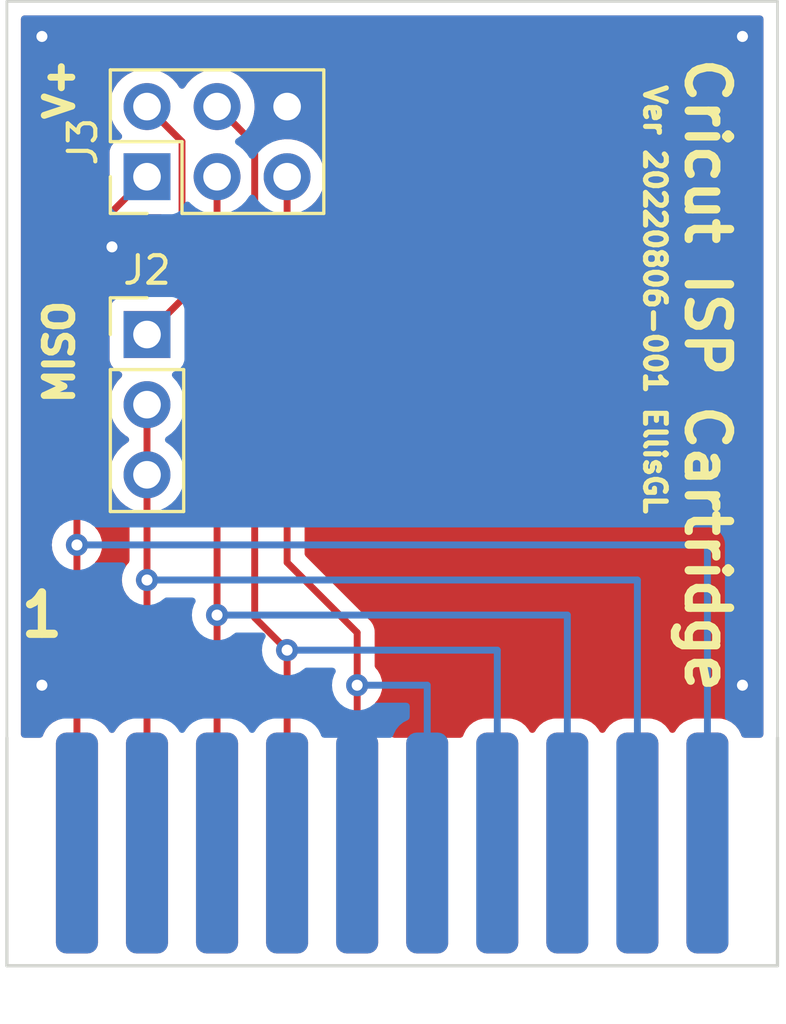
<source format=kicad_pcb>
(kicad_pcb (version 20241229) (generator "pcbnew") (generator_version "9.0")
  (layers (0 "F.Cu" signal) (2 "B.Cu" signal) (13 "F.Paste" user) (15 "B.Paste" user) (5 "F.SilkS" user "F.Silkscreen") (7 "B.SilkS" user "B.Silkscreen") (1 "F.Mask" user) (3 "B.Mask" user) (25 "Edge.Cuts" user))
  (net 0 "")
  (net 1 "MISO")
  (net 3 "VCC")
  (net 5 "SCK")
  (net 7 "MOSI")
  (net 9 "RST")
  (net 10 "GND")
  (net 15 "+5V")
  (footprint "Connector_PinHeader_2.54mm:PinHeader_2x03_P2.54mm_Vertical" (layer "F.Cu") (at 62.23 97.79 90)
    (property "Reference" "J3" (at 1.27 -2.33 90) (layer "F.SilkS"))
    (property "Value" "AVR-ISP-6")
    (fp_line (start 3.87 -1.33) (end 3.87 6.41) (stroke (width 0.12)) (layer "F.SilkS"))
    (fp_line (start 1.27 -1.33) (end 3.87 -1.33) (stroke (width 0.12)) (layer "F.SilkS"))
    (fp_line (start -1.33 -1.33) (end 0 -1.33) (stroke (width 0.12)) (layer "F.SilkS"))
    (fp_line (start -1.33 0) (end -1.33 -1.33) (stroke (width 0.12)) (layer "F.SilkS"))
    (fp_line (start 1.27 1.27) (end 1.27 -1.33) (stroke (width 0.12)) (layer "F.SilkS"))
    (fp_line (start -1.33 1.27) (end 1.27 1.27) (stroke (width 0.12)) (layer "F.SilkS"))
    (fp_line (start -1.33 1.27) (end -1.33 6.41) (stroke (width 0.12)) (layer "F.SilkS"))
    (fp_line (start -1.33 6.41) (end 3.87 6.41) (stroke (width 0.12)) (layer "F.SilkS"))
    (pad "1" thru_hole rect (at 0 0 90) (size 1.7 1.7) (drill 1) (layers "*.Cu" "*.Mask") (net 1 "MISO"))
    (pad "2" thru_hole oval (at 2.54 0 90) (size 1.7 1.7) (drill 1) (layers "*.Cu" "*.Mask") (net 15 "+5V"))
    (pad "3" thru_hole oval (at 0 2.54 90) (size 1.7 1.7) (drill 1) (layers "*.Cu" "*.Mask") (net 5 "SCK"))
    (pad "4" thru_hole oval (at 2.54 2.54 90) (size 1.7 1.7) (drill 1) (layers "*.Cu" "*.Mask") (net 7 "MOSI"))
    (pad "5" thru_hole oval (at 0 5.08 90) (size 1.7 1.7) (drill 1) (layers "*.Cu" "*.Mask") (net 9 "RST"))
    (pad "6" thru_hole oval (at 2.54 5.08 90) (size 1.7 1.7) (drill 1) (layers "*.Cu" "*.Mask") (net 10 "GND"))
  )
  (footprint "Connector_PinHeader_2.54mm:PinHeader_1x03_P2.54mm_Vertical" (layer "F.Cu") (at 62.23 103.505)
    (property "Reference" "J2" (at 0 -2.33 0) (layer "F.SilkS"))
    (property "Value" "Conn_01x03_Male")
    (fp_line (start -1.33 -1.33) (end 0 -1.33) (stroke (width 0.12)) (layer "F.SilkS"))
    (fp_line (start -1.33 0) (end -1.33 -1.33) (stroke (width 0.12)) (layer "F.SilkS"))
    (fp_line (start -1.33 1.27) (end -1.33 6.41) (stroke (width 0.12)) (layer "F.SilkS"))
    (fp_line (start -1.33 1.27) (end 1.33 1.27) (stroke (width 0.12)) (layer "F.SilkS"))
    (fp_line (start -1.33 6.41) (end 1.33 6.41) (stroke (width 0.12)) (layer "F.SilkS"))
    (fp_line (start 1.33 1.27) (end 1.33 6.41) (stroke (width 0.12)) (layer "F.SilkS"))
    (pad "1" thru_hole rect (at 0 0) (size 1.7 1.7) (drill 1) (layers "*.Cu" "*.Mask") (net 15 "+5V"))
    (pad "2" thru_hole oval (at 0 2.54) (size 1.7 1.7) (drill 1) (layers "*.Cu" "*.Mask") (net 3 "VCC"))
    (pad "3" thru_hole oval (at 0 5.08) (size 1.7 1.7) (drill 1) (layers "*.Cu" "*.Mask") (net 3 "VCC"))
  )
  (footprint "2.54 PCB Edge Connectors:2x10" (layer "F.Cu") (at 57.15 125.73)
    (property "Reference" "J1")
    (property "Value" "Conn_02x10_Odd_Even")
    (fp_line (start 0 0.635) (end 0 -7.62) (stroke (width 0.12)) (layer "Edge.Cuts"))
    (fp_line (start 27.94 -7.62) (end 27.94 0.635) (stroke (width 0.12)) (layer "Edge.Cuts"))
    (fp_line (start 27.94 0.635) (end 0 0.635) (stroke (width 0.12)) (layer "Edge.Cuts"))
    (pad "1" connect roundrect (at 2.54 -3.81) (size 1.524 8) (layers "F.Cu" "F.Mask") (net 1 "MISO"))
    (pad "2" connect roundrect (at 2.54 -3.81) (size 1.524 8) (layers "B.Cu" "B.Mask"))
    (pad "3" connect roundrect (at 5.08 -3.81) (size 1.524 8) (layers "F.Cu" "F.Mask") (net 3 "VCC"))
    (pad "4" connect roundrect (at 5.08 -3.81) (size 1.524 8) (layers "B.Cu" "B.Mask"))
    (pad "5" connect roundrect (at 7.62 -3.81) (size 1.524 8) (layers "F.Cu" "F.Mask") (net 5 "SCK"))
    (pad "6" connect roundrect (at 7.62 -3.81) (size 1.524 8) (layers "B.Cu" "B.Mask"))
    (pad "7" connect roundrect (at 10.16 -3.81) (size 1.524 8) (layers "F.Cu" "F.Mask") (net 7 "MOSI"))
    (pad "8" connect roundrect (at 10.16 -3.81) (size 1.524 8) (layers "B.Cu" "B.Mask"))
    (pad "9" connect roundrect (at 12.7 -3.81) (size 1.524 8) (layers "F.Cu" "F.Mask") (net 9 "RST"))
    (pad "10" connect roundrect (at 12.7 -3.81) (size 1.524 8) (layers "B.Cu" "B.Mask") (net 10 "GND"))
    (pad "11" connect roundrect (at 15.24 -3.81) (size 1.524 8) (layers "F.Cu" "F.Mask") (net 10 "GND"))
    (pad "12" connect roundrect (at 15.24 -3.81) (size 1.524 8) (layers "B.Cu" "B.Mask") (net 9 "RST"))
    (pad "13" connect roundrect (at 17.78 -3.81) (size 1.524 8) (layers "F.Cu" "F.Mask"))
    (pad "14" connect roundrect (at 17.78 -3.81) (size 1.524 8) (layers "B.Cu" "B.Mask") (net 7 "MOSI"))
    (pad "15" connect roundrect (at 20.32 -3.81) (size 1.524 8) (layers "F.Cu" "F.Mask"))
    (pad "16" connect roundrect (at 20.32 -3.81) (size 1.524 8) (layers "B.Cu" "B.Mask") (net 5 "SCK"))
    (pad "17" connect roundrect (at 22.86 -3.81) (size 1.524 8) (layers "F.Cu" "F.Mask"))
    (pad "18" connect roundrect (at 22.86 -3.81) (size 1.524 8) (layers "B.Cu" "B.Mask") (net 3 "VCC"))
    (pad "19" connect roundrect (at 25.4 -3.81) (size 1.524 8) (layers "F.Cu" "F.Mask"))
    (pad "20" connect roundrect (at 25.4 -3.81) (size 1.524 8) (layers "B.Cu" "B.Mask") (net 1 "MISO"))
  )
  (gr_line (start 85.09 91.44) (end 57.15 91.44) (stroke (width 0.1)) (layer "Edge.Cuts"))
  (gr_line (start 57.15 118.11) (end 57.15 91.44) (stroke (width 0.1)) (layer "Edge.Cuts"))
  (gr_line (start 85.09 118.11) (end 85.09 91.44) (stroke (width 0.1)) (layer "Edge.Cuts"))
  (gr_text "V+" (at 59.055 94.615 90) (layer "F.SilkS") (effects (font (size 1 1) (thickness 0.25))))
  (gr_text "1" (at 58.42 113.665 0) (layer "F.SilkS") (effects (font (size 1.5 1.5) (thickness 0.3))))
  (gr_text "Ver 20220806-001 EllisGL" (at 80.645 102.235 270) (layer "F.SilkS") (effects (font (size 0.75 0.75) (thickness 0.1875))))
  (gr_text "Cricut ISP Cartridge" (at 82.55 93.345 270) (layer "F.SilkS") (effects (font (size 1.5 1.5) (thickness 0.3)) (justify left)))
  (gr_text "MISO" (at 59.055 104.14 90) (layer "F.SilkS") (effects (font (size 1 1) (thickness 0.25))))
  (segment (start 62.23 97.79) (end 59.69 100.33) (width 0.25) (layer "F.Cu") (net 1))
  (segment (start 59.69 100.33) (end 59.69 111.125) (width 0.25) (layer "F.Cu") (net 1))
  (segment (start 59.69 121.92) (end 59.69 111.125) (width 0.25) (layer "F.Cu") (net 1))
  (via (at 59.69 111.125) (size 0.8) (drill 0.4) (layers "F.Cu" "B.Cu") (net 1))
  (segment (start 82.55 111.125) (end 59.69 111.125) (width 0.25) (layer "B.Cu") (net 1))
  (segment (start 82.55 111.125) (end 82.55 121.92) (width 0.25) (layer "B.Cu") (net 1))
  (segment (start 62.23 112.395) (end 62.23 108.585) (width 0.25) (layer "F.Cu") (net 3))
  (segment (start 62.23 121.92) (end 62.23 112.395) (width 0.25) (layer "F.Cu") (net 3))
  (segment (start 62.23 108.585) (end 62.23 106.045) (width 0.25) (layer "F.Cu") (net 3))
  (via (at 62.23 112.395) (size 0.8) (drill 0.4) (layers "F.Cu" "B.Cu") (net 3))
  (segment (start 80.01 112.395) (end 62.23 112.395) (width 0.25) (layer "B.Cu") (net 3))
  (segment (start 80.01 112.395) (end 80.01 121.92) (width 0.25) (layer "B.Cu") (net 3))
  (segment (start 64.77 121.92) (end 64.77 113.665) (width 0.25) (layer "F.Cu") (net 5))
  (segment (start 64.77 113.665) (end 64.77 97.79) (width 0.25) (layer "F.Cu") (net 5))
  (via (at 64.77 113.665) (size 0.8) (drill 0.4) (layers "F.Cu" "B.Cu") (net 5))
  (segment (start 64.77 113.665) (end 77.47 113.665) (width 0.25) (layer "B.Cu") (net 5))
  (segment (start 77.47 113.665) (end 77.47 121.92) (width 0.25) (layer "B.Cu") (net 5))
  (segment (start 66.135 113.76) (end 66.135 96.615) (width 0.25) (layer "F.Cu") (net 7))
  (segment (start 67.31 121.92) (end 67.31 114.935) (width 0.25) (layer "F.Cu") (net 7))
  (segment (start 66.135 96.615) (end 64.77 95.25) (width 0.25) (layer "F.Cu") (net 7))
  (segment (start 67.31 114.935) (end 66.135 113.76) (width 0.25) (layer "F.Cu") (net 7))
  (via (at 67.31 114.935) (size 0.8) (drill 0.4) (layers "F.Cu" "B.Cu") (net 7))
  (segment (start 74.93 114.935) (end 67.31 114.935) (width 0.25) (layer "B.Cu") (net 7))
  (segment (start 74.93 114.935) (end 74.93 121.92) (width 0.25) (layer "B.Cu") (net 7))
  (segment (start 69.85 121.92) (end 69.85 116.205) (width 0.25) (layer "F.Cu") (net 9))
  (segment (start 67.31 111.76) (end 67.31 97.79) (width 0.25) (layer "F.Cu") (net 9))
  (segment (start 69.85 114.3) (end 67.31 111.76) (width 0.25) (layer "F.Cu") (net 9))
  (segment (start 69.85 116.205) (end 69.85 114.3) (width 0.25) (layer "F.Cu") (net 9))
  (via (at 69.85 116.205) (size 0.8) (drill 0.4) (layers "F.Cu" "B.Cu") (net 9))
  (segment (start 72.39 116.205) (end 72.39 121.92) (width 0.25) (layer "B.Cu") (net 9))
  (segment (start 72.39 116.205) (end 69.85 116.205) (width 0.25) (layer "B.Cu") (net 9))
  (via (at 83.82 116.205) (size 0.8) (drill 0.4) (layers "F.Cu" "B.Cu") (net 10))
  (via (at 83.82 92.71) (size 0.8) (drill 0.4) (layers "F.Cu" "B.Cu") (net 10))
  (via (at 58.42 116.205) (size 0.8) (drill 0.4) (layers "F.Cu" "B.Cu") (net 10))
  (via (at 60.96 100.33) (size 0.8) (drill 0.4) (layers "F.Cu" "B.Cu") (net 10))
  (via (at 58.42 92.71) (size 0.8) (drill 0.4) (layers "F.Cu" "B.Cu") (net 10))
  (segment (start 62.23 95.25) (end 63.5 96.52) (width 0.25) (layer "F.Cu") (net 15))
  (segment (start 63.5 102.235) (end 62.23 103.505) (width 0.25) (layer "F.Cu") (net 15))
  (segment (start 63.5 96.52) (end 63.5 102.235) (width 0.25) (layer "F.Cu") (net 15))
  (zone (net 10) (net_name "GND") (layer "F.Cu") (connect_pads yes (clearance 0.508)) (min_thickness 0.254) (fill yes (thermal_gap 0.508) (thermal_bridge_width 0.508))
    (polygon (pts (xy 85.09 118.11) (xy 57.15 118.11) (xy 57.15 91.44) (xy 85.09 91.44)))
  )
  (zone (net 10) (net_name "GND") (layer "B.Cu") (connect_pads yes (clearance 0.508)) (min_thickness 0.254) (fill yes (thermal_gap 0.508) (thermal_bridge_width 0.508) (smoothing chamfer))
    (polygon (pts (xy 85.09 118.11) (xy 57.15 118.11) (xy 57.15 91.44) (xy 85.09 91.44)))
  )
)
</source>
